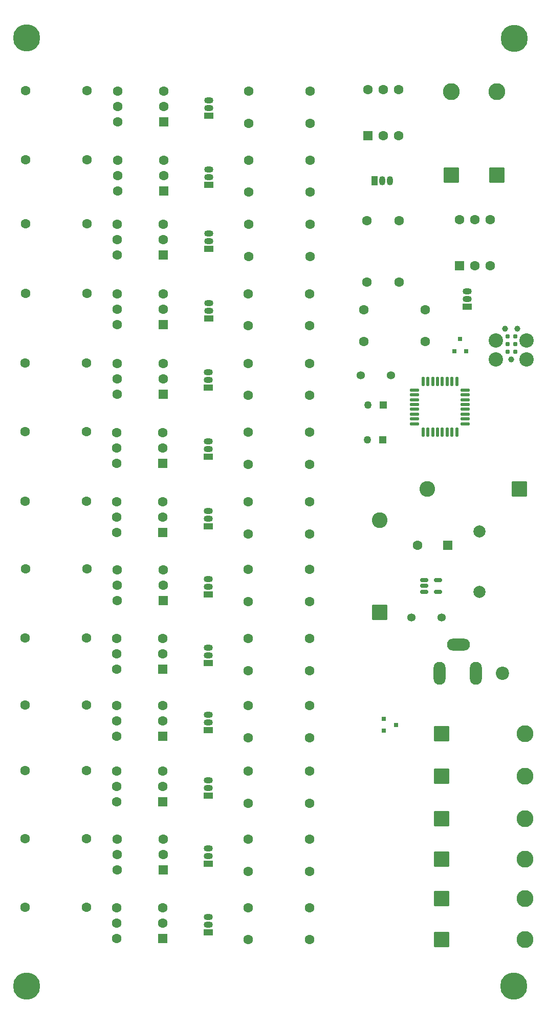
<source format=gbr>
%TF.GenerationSoftware,KiCad,Pcbnew,9.0.7*%
%TF.CreationDate,2026-01-29T13:55:36-08:00*%
%TF.ProjectId,regulator-PCB,72656775-6c61-4746-9f72-2d5043422e6b,rev?*%
%TF.SameCoordinates,Original*%
%TF.FileFunction,Soldermask,Top*%
%TF.FilePolarity,Negative*%
%FSLAX46Y46*%
G04 Gerber Fmt 4.6, Leading zero omitted, Abs format (unit mm)*
G04 Created by KiCad (PCBNEW 9.0.7) date 2026-01-29 13:55:36*
%MOMM*%
%LPD*%
G01*
G04 APERTURE LIST*
G04 Aperture macros list*
%AMRoundRect*
0 Rectangle with rounded corners*
0 $1 Rounding radius*
0 $2 $3 $4 $5 $6 $7 $8 $9 X,Y pos of 4 corners*
0 Add a 4 corners polygon primitive as box body*
4,1,4,$2,$3,$4,$5,$6,$7,$8,$9,$2,$3,0*
0 Add four circle primitives for the rounded corners*
1,1,$1+$1,$2,$3*
1,1,$1+$1,$4,$5*
1,1,$1+$1,$6,$7*
1,1,$1+$1,$8,$9*
0 Add four rect primitives between the rounded corners*
20,1,$1+$1,$2,$3,$4,$5,0*
20,1,$1+$1,$4,$5,$6,$7,0*
20,1,$1+$1,$6,$7,$8,$9,0*
20,1,$1+$1,$8,$9,$2,$3,0*%
G04 Aperture macros list end*
%ADD10C,4.500000*%
%ADD11C,1.600000*%
%ADD12O,1.500000X1.050000*%
%ADD13R,1.500000X1.050000*%
%ADD14RoundRect,0.125000X-0.125000X-0.625000X0.125000X-0.625000X0.125000X0.625000X-0.125000X0.625000X0*%
%ADD15RoundRect,0.125000X-0.625000X-0.125000X0.625000X-0.125000X0.625000X0.125000X-0.625000X0.125000X0*%
%ADD16C,2.800000*%
%ADD17RoundRect,0.250000X1.050000X-1.050000X1.050000X1.050000X-1.050000X1.050000X-1.050000X-1.050000X0*%
%ADD18RoundRect,0.102000X0.700000X0.700000X-0.700000X0.700000X-0.700000X-0.700000X0.700000X-0.700000X0*%
%ADD19C,1.604000*%
%ADD20R,1.270000X1.270000*%
%ADD21C,1.270000*%
%ADD22C,2.000000*%
%ADD23RoundRect,0.250000X0.550000X0.550000X-0.550000X0.550000X-0.550000X-0.550000X0.550000X-0.550000X0*%
%ADD24R,0.800000X0.800000*%
%ADD25C,1.354000*%
%ADD26R,1.050000X1.500000*%
%ADD27O,1.050000X1.500000*%
%ADD28C,2.200000*%
%ADD29O,2.004000X3.804000*%
%ADD30O,3.804000X2.004000*%
%ADD31RoundRect,0.102000X0.700000X-0.700000X0.700000X0.700000X-0.700000X0.700000X-0.700000X-0.700000X0*%
%ADD32C,2.374900*%
%ADD33C,0.990600*%
%ADD34C,0.787400*%
%ADD35RoundRect,0.250000X1.050000X1.050000X-1.050000X1.050000X-1.050000X-1.050000X1.050000X-1.050000X0*%
%ADD36C,2.600000*%
%ADD37RoundRect,0.150000X-0.512500X-0.150000X0.512500X-0.150000X0.512500X0.150000X-0.512500X0.150000X0*%
G04 APERTURE END LIST*
D10*
%TO.C,H3*%
X26700000Y-181800000D03*
%TD*%
%TO.C,H1*%
X107400000Y-25100000D03*
%TD*%
%TO.C,H2*%
X26700000Y-25000000D03*
%TD*%
%TO.C,H4*%
X107300000Y-181800000D03*
%TD*%
D11*
%TO.C,R2*%
X92620000Y-75240000D03*
X82460000Y-75240000D03*
%TD*%
D12*
%TO.C,Q14*%
X99600000Y-66900000D03*
X99600000Y-68170000D03*
D13*
X99600000Y-69440000D03*
%TD*%
D14*
%TO.C,U1*%
X92285000Y-81865000D03*
X93085000Y-81865000D03*
X93885000Y-81865000D03*
X94685000Y-81865000D03*
X95485000Y-81865000D03*
X96285000Y-81865000D03*
X97085000Y-81865000D03*
X97885000Y-81865000D03*
D15*
X99260000Y-83240000D03*
X99260000Y-84040000D03*
X99260000Y-84840000D03*
X99260000Y-85640000D03*
X99260000Y-86440000D03*
X99260000Y-87240000D03*
X99260000Y-88040000D03*
X99260000Y-88840000D03*
D14*
X97885000Y-90215000D03*
X97085000Y-90215000D03*
X96285000Y-90215000D03*
X95485000Y-90215000D03*
X94685000Y-90215000D03*
X93885000Y-90215000D03*
X93085000Y-90215000D03*
X92285000Y-90215000D03*
D15*
X90910000Y-88840000D03*
X90910000Y-88040000D03*
X90910000Y-87240000D03*
X90910000Y-86440000D03*
X90910000Y-85640000D03*
X90910000Y-84840000D03*
X90910000Y-84040000D03*
X90910000Y-83240000D03*
%TD*%
D11*
%TO.C,R19*%
X73500000Y-107030000D03*
X63340000Y-107030000D03*
%TD*%
D16*
%TO.C,J8*%
X109200000Y-174100000D03*
D17*
X95400000Y-174100000D03*
%TD*%
D11*
%TO.C,R27*%
X63330000Y-146270000D03*
X73490000Y-146270000D03*
%TD*%
D13*
%TO.C,Q3*%
X56830000Y-59910000D03*
D12*
X56830000Y-58640000D03*
X56830000Y-57370000D03*
%TD*%
D11*
%TO.C,R37*%
X26440000Y-124240000D03*
X36600000Y-124240000D03*
%TD*%
D13*
%TO.C,Q11*%
X56730000Y-139510000D03*
D12*
X56730000Y-138240000D03*
X56730000Y-136970000D03*
%TD*%
D11*
%TO.C,R26*%
X63330000Y-135440000D03*
X73490000Y-135440000D03*
%TD*%
D13*
%TO.C,Q7*%
X56740000Y-105800000D03*
D12*
X56740000Y-104530000D03*
X56740000Y-103260000D03*
%TD*%
D11*
%TO.C,R28*%
X63360000Y-157540000D03*
X73520000Y-157540000D03*
%TD*%
%TO.C,R3*%
X26560000Y-33740000D03*
X36720000Y-33740000D03*
%TD*%
D16*
%TO.C,J10*%
X109150000Y-160850000D03*
D17*
X95350000Y-160850000D03*
%TD*%
D18*
%TO.C,U7*%
X49270000Y-83940000D03*
D19*
X49270000Y-81400000D03*
X49270000Y-78860000D03*
X41650000Y-78860000D03*
X41650000Y-81400000D03*
X41650000Y-83940000D03*
%TD*%
D11*
%TO.C,R31*%
X73490000Y-151570000D03*
X63330000Y-151570000D03*
%TD*%
%TO.C,R8*%
X63440000Y-45230000D03*
X73600000Y-45230000D03*
%TD*%
%TO.C,R32*%
X73490000Y-140740000D03*
X63330000Y-140740000D03*
%TD*%
D20*
%TO.C,C3*%
X85625000Y-91440000D03*
D21*
X83085000Y-91440000D03*
%TD*%
D13*
%TO.C,Q13*%
X56790000Y-117010000D03*
D12*
X56790000Y-115740000D03*
X56790000Y-114470000D03*
%TD*%
D18*
%TO.C,U9*%
X49250000Y-106830000D03*
D19*
X49250000Y-104290000D03*
X49250000Y-101750000D03*
X41630000Y-101750000D03*
X41630000Y-104290000D03*
X41630000Y-106830000D03*
%TD*%
D11*
%TO.C,R43*%
X63330000Y-168840000D03*
X73490000Y-168840000D03*
%TD*%
%TO.C,R13*%
X63430000Y-55840000D03*
X73590000Y-55840000D03*
%TD*%
%TO.C,R42*%
X83000000Y-55240000D03*
X83000000Y-65400000D03*
%TD*%
%TO.C,R34*%
X73550000Y-118240000D03*
X63390000Y-118240000D03*
%TD*%
D22*
%TO.C,C4*%
X101640000Y-116640000D03*
X101640000Y-106640000D03*
%TD*%
D11*
%TO.C,R39*%
X26450000Y-146170000D03*
X36610000Y-146170000D03*
%TD*%
D18*
%TO.C,U10*%
X49240000Y-173940000D03*
D19*
X49240000Y-171400000D03*
X49240000Y-168860000D03*
X41620000Y-168860000D03*
X41620000Y-171400000D03*
X41620000Y-173940000D03*
%TD*%
D23*
%TO.C,C5*%
X96390000Y-108890000D03*
D11*
X91390000Y-108890000D03*
%TD*%
D24*
%TO.C,D1*%
X97490000Y-76860000D03*
X99390000Y-76860000D03*
X98440000Y-74840000D03*
%TD*%
D11*
%TO.C,R15*%
X63360000Y-78840000D03*
X73520000Y-78840000D03*
%TD*%
D18*
%TO.C,U12*%
X49240000Y-151370000D03*
D19*
X49240000Y-148830000D03*
X49240000Y-146290000D03*
X41620000Y-146290000D03*
X41620000Y-148830000D03*
X41620000Y-151370000D03*
%TD*%
D13*
%TO.C,Q2*%
X56840000Y-49280000D03*
D12*
X56840000Y-48010000D03*
X56840000Y-46740000D03*
%TD*%
D13*
%TO.C,Q10*%
X56730000Y-150340000D03*
D12*
X56730000Y-149070000D03*
X56730000Y-147800000D03*
%TD*%
D11*
%TO.C,R1*%
X73600000Y-39140000D03*
X63440000Y-39140000D03*
%TD*%
%TO.C,R16*%
X26480000Y-78740000D03*
X36640000Y-78740000D03*
%TD*%
D16*
%TO.C,J9*%
X109200000Y-167350000D03*
D17*
X95400000Y-167350000D03*
%TD*%
D11*
%TO.C,R14*%
X63390000Y-67340000D03*
X73550000Y-67340000D03*
%TD*%
%TO.C,R20*%
X26450000Y-90140000D03*
X36610000Y-90140000D03*
%TD*%
D13*
%TO.C,Q5*%
X56740000Y-82880000D03*
D12*
X56740000Y-81610000D03*
X56740000Y-80340000D03*
%TD*%
D11*
%TO.C,R18*%
X73490000Y-95540000D03*
X63330000Y-95540000D03*
%TD*%
D25*
%TO.C,C2*%
X87000000Y-80800000D03*
X82000000Y-80800000D03*
%TD*%
D13*
%TO.C,Q1*%
X56840000Y-37910000D03*
D12*
X56840000Y-36640000D03*
X56840000Y-35370000D03*
%TD*%
D13*
%TO.C,Q9*%
X56760000Y-161610000D03*
D12*
X56760000Y-160340000D03*
X56760000Y-159070000D03*
%TD*%
D18*
%TO.C,U13*%
X49240000Y-140540000D03*
D19*
X49240000Y-138000000D03*
X49240000Y-135460000D03*
X41620000Y-135460000D03*
X41620000Y-138000000D03*
X41620000Y-140540000D03*
%TD*%
D18*
%TO.C,U11*%
X49270000Y-162640000D03*
D19*
X49270000Y-160100000D03*
X49270000Y-157560000D03*
X41650000Y-157560000D03*
X41650000Y-160100000D03*
X41650000Y-162640000D03*
%TD*%
D20*
%TO.C,C1*%
X85725000Y-85740000D03*
D21*
X83185000Y-85740000D03*
%TD*%
D11*
%TO.C,R21*%
X26460000Y-101630000D03*
X36620000Y-101630000D03*
%TD*%
%TO.C,R23*%
X63340000Y-101730000D03*
X73500000Y-101730000D03*
%TD*%
%TO.C,R33*%
X73490000Y-129640000D03*
X63330000Y-129640000D03*
%TD*%
D26*
%TO.C,Q15*%
X84230000Y-48640000D03*
D27*
X85500000Y-48640000D03*
X86770000Y-48640000D03*
%TD*%
D16*
%TO.C,J5*%
X109150000Y-147100000D03*
D17*
X95350000Y-147100000D03*
%TD*%
D11*
%TO.C,R38*%
X26450000Y-135340000D03*
X36610000Y-135340000D03*
%TD*%
D28*
%TO.C,J2*%
X105427500Y-130115000D03*
D29*
X95027500Y-130115000D03*
X101027500Y-130115000D03*
D30*
X98127500Y-125315000D03*
%TD*%
D31*
%TO.C,U17*%
X83200000Y-41150000D03*
D19*
X85740000Y-41150000D03*
X88280000Y-41150000D03*
X88280000Y-33530000D03*
X85740000Y-33530000D03*
X83200000Y-33530000D03*
%TD*%
D11*
%TO.C,R7*%
X63440000Y-33840000D03*
X73600000Y-33840000D03*
%TD*%
%TO.C,R5*%
X73600000Y-50530000D03*
X63440000Y-50530000D03*
%TD*%
%TO.C,R25*%
X63330000Y-124340000D03*
X73490000Y-124340000D03*
%TD*%
D32*
%TO.C,J1*%
X104365000Y-78210000D03*
D33*
X106905000Y-78210000D03*
D32*
X109445000Y-78210000D03*
X104365000Y-75035000D03*
X109445000Y-75035000D03*
D33*
X105889000Y-73130000D03*
X107921000Y-73130000D03*
D34*
X107540000Y-76940000D03*
X106270000Y-76940000D03*
X107540000Y-75670000D03*
X106270000Y-75670000D03*
X107540000Y-74400000D03*
X106270000Y-74400000D03*
%TD*%
D11*
%TO.C,R12*%
X26510000Y-67240000D03*
X36670000Y-67240000D03*
%TD*%
D16*
%TO.C,J6*%
X96940000Y-33890000D03*
D35*
X96940000Y-47690000D03*
%TD*%
D11*
%TO.C,R9*%
X73590000Y-61140000D03*
X63430000Y-61140000D03*
%TD*%
D18*
%TO.C,U4*%
X49350000Y-50330000D03*
D19*
X49350000Y-47790000D03*
X49350000Y-45250000D03*
X41730000Y-45250000D03*
X41730000Y-47790000D03*
X41730000Y-50330000D03*
%TD*%
D31*
%TO.C,U16*%
X98350000Y-62650000D03*
D19*
X100890000Y-62650000D03*
X103430000Y-62650000D03*
X103430000Y-55030000D03*
X100890000Y-55030000D03*
X98350000Y-55030000D03*
%TD*%
D16*
%TO.C,J3*%
X109150000Y-154100000D03*
D17*
X95350000Y-154100000D03*
%TD*%
D13*
%TO.C,Q12*%
X56730000Y-128410000D03*
D12*
X56730000Y-127140000D03*
X56730000Y-125870000D03*
%TD*%
D24*
%TO.C,D2*%
X85790000Y-137650000D03*
X85790000Y-139550000D03*
X87810000Y-138600000D03*
%TD*%
D11*
%TO.C,R22*%
X63330000Y-90240000D03*
X73490000Y-90240000D03*
%TD*%
%TO.C,R10*%
X73550000Y-72640000D03*
X63390000Y-72640000D03*
%TD*%
D18*
%TO.C,U8*%
X49240000Y-95340000D03*
D19*
X49240000Y-92800000D03*
X49240000Y-90260000D03*
X41620000Y-90260000D03*
X41620000Y-92800000D03*
X41620000Y-95340000D03*
%TD*%
D35*
%TO.C,D4*%
X108260000Y-99640000D03*
D36*
X93020000Y-99640000D03*
%TD*%
D16*
%TO.C,J4*%
X109150000Y-140100000D03*
D17*
X95350000Y-140100000D03*
%TD*%
D11*
%TO.C,R29*%
X73490000Y-174140000D03*
X63330000Y-174140000D03*
%TD*%
D18*
%TO.C,U14*%
X49240000Y-129440000D03*
D19*
X49240000Y-126900000D03*
X49240000Y-124360000D03*
X41620000Y-124360000D03*
X41620000Y-126900000D03*
X41620000Y-129440000D03*
%TD*%
D17*
%TO.C,D3*%
X85140000Y-120010000D03*
D36*
X85140000Y-104770000D03*
%TD*%
D11*
%TO.C,R36*%
X26540000Y-112840000D03*
X36700000Y-112840000D03*
%TD*%
D18*
%TO.C,U6*%
X49300000Y-72440000D03*
D19*
X49300000Y-69900000D03*
X49300000Y-67360000D03*
X41680000Y-67360000D03*
X41680000Y-69900000D03*
X41680000Y-72440000D03*
%TD*%
D13*
%TO.C,Q6*%
X56730000Y-94310000D03*
D12*
X56730000Y-93040000D03*
X56730000Y-91770000D03*
%TD*%
D37*
%TO.C,U2*%
X92502500Y-114690000D03*
X92502500Y-115640000D03*
X92502500Y-116590000D03*
X94777500Y-116590000D03*
X94777500Y-114690000D03*
%TD*%
D11*
%TO.C,R35*%
X92620000Y-69940000D03*
X82460000Y-69940000D03*
%TD*%
D18*
%TO.C,U5*%
X49340000Y-60940000D03*
D19*
X49340000Y-58400000D03*
X49340000Y-55860000D03*
X41720000Y-55860000D03*
X41720000Y-58400000D03*
X41720000Y-60940000D03*
%TD*%
D16*
%TO.C,J7*%
X104540000Y-33890000D03*
D35*
X104540000Y-47690000D03*
%TD*%
D13*
%TO.C,Q4*%
X56840000Y-71380000D03*
D12*
X56840000Y-70110000D03*
X56840000Y-68840000D03*
%TD*%
D13*
%TO.C,Q8*%
X56730000Y-172910000D03*
D12*
X56730000Y-171640000D03*
X56730000Y-170370000D03*
%TD*%
D11*
%TO.C,R6*%
X26560000Y-45130000D03*
X36720000Y-45130000D03*
%TD*%
%TO.C,R24*%
X63390000Y-112940000D03*
X73550000Y-112940000D03*
%TD*%
D18*
%TO.C,U3*%
X49350000Y-38940000D03*
D19*
X49350000Y-36400000D03*
X49350000Y-33860000D03*
X41730000Y-33860000D03*
X41730000Y-36400000D03*
X41730000Y-38940000D03*
%TD*%
D11*
%TO.C,R30*%
X73520000Y-162840000D03*
X63360000Y-162840000D03*
%TD*%
%TO.C,R4*%
X88300000Y-65400000D03*
X88300000Y-55240000D03*
%TD*%
%TO.C,R41*%
X26450000Y-168740000D03*
X36610000Y-168740000D03*
%TD*%
D25*
%TO.C,C6*%
X90390000Y-120890000D03*
X95390000Y-120890000D03*
%TD*%
D18*
%TO.C,U15*%
X49300000Y-118040000D03*
D19*
X49300000Y-115500000D03*
X49300000Y-112960000D03*
X41680000Y-112960000D03*
X41680000Y-115500000D03*
X41680000Y-118040000D03*
%TD*%
D11*
%TO.C,R40*%
X26480000Y-157440000D03*
X36640000Y-157440000D03*
%TD*%
%TO.C,R17*%
X73520000Y-84140000D03*
X63360000Y-84140000D03*
%TD*%
%TO.C,R11*%
X26550000Y-55740000D03*
X36710000Y-55740000D03*
%TD*%
M02*

</source>
